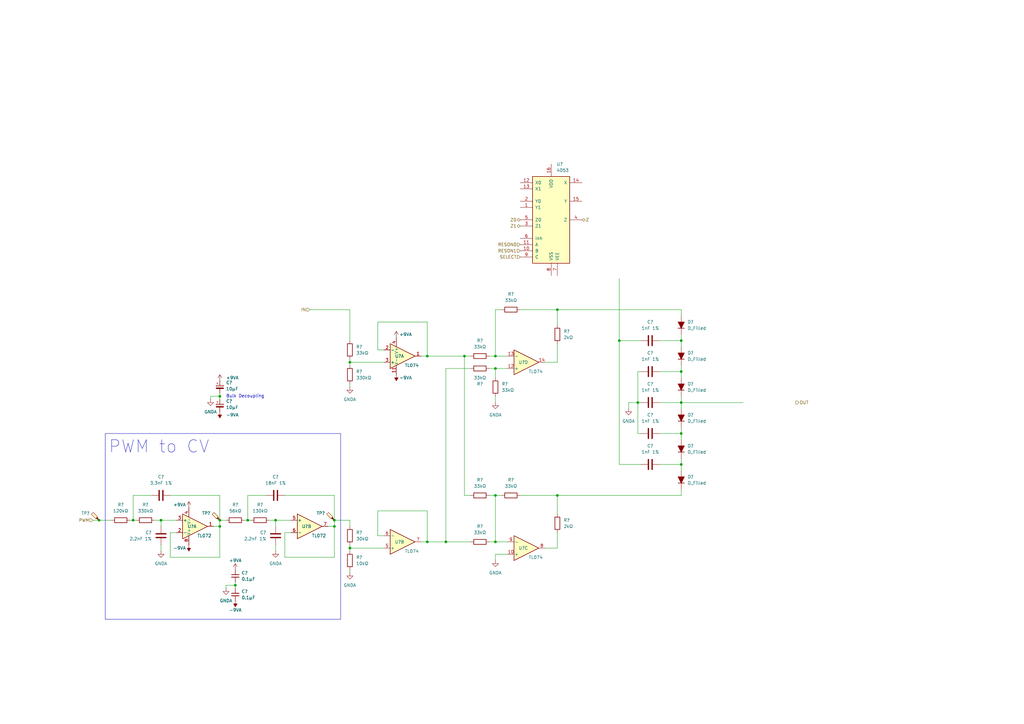
<source format=kicad_sch>
(kicad_sch (version 20231120) (generator "eeschema") (generator_version "8.0")
  (paper "A3")
  (lib_symbols
    (symbol "4xxx:4053" (pin_names (offset 1.016))
      (property "Reference" "U" (at -7.62 19.05 0))
      (property "Value" "4053" (at -7.62 -19.05 0))
      (symbol "4053_1_0"
        (pin passive line (at -12.7 5.08 0) (length 5.08) (name "Y1") (number "1"))
        (pin input line (at -12.7 -12.7 0) (length 5.08) (name "B") (number "10"))
        (pin input line (at -12.7 -10.16 0) (length 5.08) (name "A") (number "11"))
        (pin passive line (at -12.7 15.24 0) (length 5.08) (name "X0") (number "12"))
        (pin passive line (at -12.7 12.7 0) (length 5.08) (name "X1") (number "13"))
        (pin passive line (at 12.7 15.24 180) (length 5.08) (name "X") (number "14"))
        (pin passive line (at 12.7 7.62 180) (length 5.08) (name "Y") (number "15"))
        (pin power_in line (at 0 22.86 270) (length 5.08) (name "VDD") (number "16"))
        (pin passive line (at -12.7 7.62 0) (length 5.08) (name "Y0") (number "2"))
        (pin passive line (at -12.7 -2.54 0) (length 5.08) (name "Z1") (number "3"))
        (pin passive line (at 12.7 0 180) (length 5.08) (name "Z") (number "4"))
        (pin passive line (at -12.7 0 0) (length 5.08) (name "Z0") (number "5"))
        (pin input line (at -12.7 -7.62 0) (length 5.08) (name "Inh") (number "6"))
        (pin power_in line (at 2.54 -22.86 90) (length 5.08) (name "VEE") (number "7"))
        (pin power_in line (at 0 -22.86 90) (length 5.08) (name "VSS") (number "8"))
        (pin input line (at -12.7 -15.24 0) (length 5.08) (name "C") (number "9"))
      )
      (symbol "4053_1_1"
        (rectangle (start -7.62 17.78) (end 7.62 -17.78) (stroke (width 0.254)) (fill (type background)))
      )
    )
    (symbol "Amplifier_Operational:TL072" (pin_names (offset 0.127))
      (property "Reference" "U" (at 0 5.08 0))
      (property "Value" "TL072" (at 0 -5.08 0))
      (symbol "TL072_1_1"
        (polyline (pts (xy -5.08 5.08) (xy 5.08 0) (xy -5.08 -5.08) (xy -5.08 5.08)) (stroke (width 0.254)) (fill (type background)))
        (pin output line (at 7.62 0 180) (length 2.54) (name "~") (number "1"))
        (pin input line (at -7.62 -2.54 0) (length 2.54) (name "-") (number "2"))
        (pin input line (at -7.62 2.54 0) (length 2.54) (name "+") (number "3"))
      )
      (symbol "TL072_2_1"
        (polyline (pts (xy -5.08 5.08) (xy 5.08 0) (xy -5.08 -5.08) (xy -5.08 5.08)) (stroke (width 0.254)) (fill (type background)))
        (pin input line (at -7.62 2.54 0) (length 2.54) (name "+") (number "5"))
        (pin input line (at -7.62 -2.54 0) (length 2.54) (name "-") (number "6"))
        (pin output line (at 7.62 0 180) (length 2.54) (name "~") (number "7"))
      )
      (symbol "TL072_3_1"
        (pin power_in line (at -2.54 -7.62 90) (length 3.81) (name "V-") (number "4"))
        (pin power_in line (at -2.54 7.62 270) (length 3.81) (name "V+") (number "8"))
      )
    )
    (symbol "Amplifier_Operational:TL074" (pin_names (offset 0.127))
      (property "Reference" "U" (at 0 5.08 0))
      (property "Value" "TL074" (at 0 -5.08 0))
      (symbol "TL074_1_1"
        (polyline (pts (xy -5.08 5.08) (xy 5.08 0) (xy -5.08 -5.08) (xy -5.08 5.08)) (stroke (width 0.254)) (fill (type background)))
        (pin output line (at 7.62 0 180) (length 2.54) (name "~") (number "1"))
        (pin input line (at -7.62 -2.54 0) (length 2.54) (name "-") (number "2"))
        (pin input line (at -7.62 2.54 0) (length 2.54) (name "+") (number "3"))
      )
      (symbol "TL074_2_1"
        (polyline (pts (xy -5.08 5.08) (xy 5.08 0) (xy -5.08 -5.08) (xy -5.08 5.08)) (stroke (width 0.254)) (fill (type background)))
        (pin input line (at -7.62 2.54 0) (length 2.54) (name "+") (number "5"))
        (pin input line (at -7.62 -2.54 0) (length 2.54) (name "-") (number "6"))
        (pin output line (at 7.62 0 180) (length 2.54) (name "~") (number "7"))
      )
      (symbol "TL074_3_1"
        (polyline (pts (xy -5.08 5.08) (xy 5.08 0) (xy -5.08 -5.08) (xy -5.08 5.08)) (stroke (width 0.254)) (fill (type background)))
        (pin input line (at -7.62 2.54 0) (length 2.54) (name "+") (number "10"))
        (pin output line (at 7.62 0 180) (length 2.54) (name "~") (number "8"))
        (pin input line (at -7.62 -2.54 0) (length 2.54) (name "-") (number "9"))
      )
      (symbol "TL074_4_1"
        (polyline (pts (xy -5.08 5.08) (xy 5.08 0) (xy -5.08 -5.08) (xy -5.08 5.08)) (stroke (width 0.254)) (fill (type background)))
        (pin input line (at -7.62 2.54 0) (length 2.54) (name "+") (number "12"))
        (pin input line (at -7.62 -2.54 0) (length 2.54) (name "-") (number "13"))
        (pin output line (at 7.62 0 180) (length 2.54) (name "~") (number "14"))
      )
      (symbol "TL074_5_1"
        (pin power_in line (at -2.54 -7.62 90) (length 3.81) (name "V-") (number "11"))
        (pin power_in line (at -2.54 7.62 270) (length 3.81) (name "V+") (number "4"))
      )
    )
    (symbol "Connector:TestPoint_Probe" (pin_numbers hide) (pin_names (offset 0.762) hide)
      (property "Reference" "TP" (at 1.651 5.842 0))
      (property "Value" "TestPoint_Probe" (at 1.651 4.064 0))
      (symbol "TestPoint_Probe_0_1"
        (polyline (pts (xy 1.27 0.762) (xy 0 0) (xy 0.762 1.27) (xy 1.27 0.762)) (fill (type outline)))
        (polyline (pts (xy 1.397 0.635) (xy 0.635 1.397) (xy 2.413 3.175) (xy 3.175 2.413) (xy 1.397 0.635)) (fill (type background)))
      )
      (symbol "TestPoint_Probe_1_1"
        (pin passive line (at 0 0 90) (length 0) (name "1") (number "1"))
      )
    )
    (symbol "Device:C" (pin_numbers hide) (pin_names (offset 0.254))
      (property "Reference" "C" (at 0.635 2.54 0))
      (property "Value" "C" (at 0.635 -2.54 0))
      (symbol "C_0_1"
        (polyline (pts (xy -2.032 -0.762) (xy 2.032 -0.762)) (stroke (width 0.508)))
        (polyline (pts (xy -2.032 0.762) (xy 2.032 0.762)) (stroke (width 0.508)))
      )
      (symbol "C_1_1"
        (pin passive line (at 0 3.81 270) (length 2.794) (name "~") (number "1"))
        (pin passive line (at 0 -3.81 90) (length 2.794) (name "~") (number "2"))
      )
    )
    (symbol "Device:C_Polarized_Small" (pin_numbers hide) (pin_names (offset 0.254) hide)
      (property "Reference" "C" (at 0.254 1.778 0))
      (property "Value" "C_Polarized_Small" (at 0.254 -2.032 0))
      (symbol "C_Polarized_Small_0_1"
        (rectangle (start -1.524 -0.3048) (end 1.524 -0.6858) (fill (type outline)))
        (rectangle (start -1.524 0.6858) (end 1.524 0.3048))
        (polyline (pts (xy -1.27 1.524) (xy -0.762 1.524)))
        (polyline (pts (xy -1.016 1.27) (xy -1.016 1.778)))
      )
      (symbol "C_Polarized_Small_1_1"
        (pin passive line (at 0 2.54 270) (length 1.8542) (name "~") (number "1"))
        (pin passive line (at 0 -2.54 90) (length 1.8542) (name "~") (number "2"))
      )
    )
    (symbol "Device:C_Small" (pin_numbers hide) (pin_names (offset 0.254) hide)
      (property "Reference" "C" (at 0.254 1.778 0))
      (property "Value" "C_Small" (at 0.254 -2.032 0))
      (symbol "C_Small_0_1"
        (polyline (pts (xy -1.524 -0.508) (xy 1.524 -0.508)) (stroke (width 0.3302)))
        (polyline (pts (xy -1.524 0.508) (xy 1.524 0.508)) (stroke (width 0.3048)))
      )
      (symbol "C_Small_1_1"
        (pin passive line (at 0 2.54 270) (length 2.032) (name "~") (number "1"))
        (pin passive line (at 0 -2.54 90) (length 2.032) (name "~") (number "2"))
      )
    )
    (symbol "Device:D_Filled" (pin_numbers hide) (pin_names (offset 1.016) hide)
      (property "Reference" "D" (at 0 2.54 0))
      (property "Value" "D_Filled" (at 0 -2.54 0))
      (symbol "D_Filled_0_1"
        (polyline (pts (xy -1.27 1.27) (xy -1.27 -1.27)) (stroke (width 0.254)))
        (polyline (pts (xy 1.27 0) (xy -1.27 0)))
        (polyline (pts (xy 1.27 1.27) (xy 1.27 -1.27) (xy -1.27 0) (xy 1.27 1.27)) (stroke (width 0.254)) (fill (type outline)))
      )
      (symbol "D_Filled_1_1"
        (pin passive line (at -3.81 0 0) (length 2.54) (name "K") (number "1"))
        (pin passive line (at 3.81 0 180) (length 2.54) (name "A") (number "2"))
      )
    )
    (symbol "Device:R" (pin_numbers hide) (pin_names (offset 0))
      (property "Reference" "R" (at 2.032 0 90))
      (property "Value" "R" (at 0 0 90))
      (symbol "R_0_1"
        (rectangle (start -1.016 -2.54) (end 1.016 2.54) (stroke (width 0.254)))
      )
      (symbol "R_1_1"
        (pin passive line (at 0 3.81 270) (length 1.27) (name "~") (number "1"))
        (pin passive line (at 0 -3.81 90) (length 1.27) (name "~") (number "2"))
      )
    )
    (symbol "power:+9VA" (power) (pin_numbers hide) (pin_names (offset 0) hide)
      (property "Value" "+9VA" (at 0 3.556 0))
      (symbol "+9VA_0_1"
        (polyline (pts (xy -0.762 1.27) (xy 0 2.54)))
        (polyline (pts (xy 0 0) (xy 0 2.54)))
        (polyline (pts (xy 0 2.54) (xy 0.762 1.27)))
      )
      (symbol "+9VA_1_1"
        (pin power_in line (at 0 0 90) (length 0) (name "~") (number "1"))
      )
    )
    (symbol "power:-9VA" (power) (pin_numbers hide) (pin_names (offset 0) hide)
      (property "Value" "-9VA" (at 0 3.556 0))
      (symbol "-9VA_0_1"
        (polyline (pts (xy 0 0) (xy 0 2.54)))
        (polyline (pts (xy 0.762 1.27) (xy -0.762 1.27) (xy 0 2.54) (xy 0.762 1.27)) (fill (type outline)))
      )
      (symbol "-9VA_1_1"
        (pin power_in line (at 0 0 90) (length 0) (name "~") (number "1"))
      )
    )
    (symbol "power:GNDA" (power) (pin_numbers hide) (pin_names (offset 0) hide)
      (property "Value" "GNDA" (at 0 -3.81 0))
      (symbol "GNDA_0_1"
        (polyline (pts (xy 0 0) (xy 0 -1.27) (xy 1.27 -1.27) (xy 0 -2.54) (xy -1.27 -1.27) (xy 0 -1.27)))
      )
      (symbol "GNDA_1_1"
        (pin power_in line (at 0 0 270) (length 0) (name "~") (number "1"))
      )
    )
  )
  (junction (at 190.5 146.05))
  (junction (at 90.17 215.9))
  (junction (at 96.52 240.03))
  (junction (at 182.88 222.25))
  (junction (at 203.2 151.13))
  (junction (at 143.51 224.79))
  (junction (at 261.62 165.1))
  (junction (at 279.4 190.5))
  (junction (at 90.17 213.36))
  (junction (at 203.2 146.05))
  (junction (at 137.16 215.9))
  (junction (at 113.03 213.36))
  (junction (at 137.16 213.36))
  (junction (at 143.51 148.59))
  (junction (at 175.26 222.25))
  (junction (at 203.2 203.2))
  (junction (at 66.04 213.36))
  (junction (at 279.4 139.7))
  (junction (at 279.4 152.4))
  (junction (at 175.26 146.05))
  (junction (at 228.6 203.2))
  (junction (at 203.2 222.25))
  (junction (at 254 139.7))
  (junction (at 101.6 213.36))
  (junction (at 279.4 165.1))
  (junction (at 90.17 162.56))
  (junction (at 54.61 213.36))
  (junction (at 40.64 213.36))
  (junction (at 279.4 177.8))
  (junction (at 228.6 127))
  (wire (pts (xy 203.2 222.25) (xy 208.28 222.25)))
  (wire (pts (xy 223.52 224.79) (xy 228.6 224.79)))
  (wire (pts (xy 254 139.7) (xy 262.89 139.7)))
  (wire (pts (xy 228.6 133.35) (xy 228.6 127)))
  (wire (pts (xy 86.36 162.56) (xy 90.17 162.56)))
  (wire (pts (xy 143.51 213.36) (xy 137.16 213.36)))
  (wire (pts (xy 270.51 165.1) (xy 279.4 165.1)))
  (wire (pts (xy 143.51 224.79) (xy 157.48 224.79)))
  (wire (pts (xy 203.2 203.2) (xy 200.66 203.2)))
  (wire (pts (xy 143.51 127) (xy 143.51 139.7)))
  (wire (pts (xy 101.6 203.2) (xy 101.6 213.36)))
  (wire (pts (xy 143.51 157.48) (xy 143.51 158.75)))
  (wire (pts (xy 279.4 149.86) (xy 279.4 152.4)))
  (wire (pts (xy 92.71 241.3) (xy 92.71 240.03)))
  (wire (pts (xy 90.17 228.6) (xy 69.85 228.6)))
  (wire (pts (xy 279.4 152.4) (xy 279.4 154.94)))
  (wire (pts (xy 157.48 143.51) (xy 154.94 143.51)))
  (wire (pts (xy 279.4 187.96) (xy 279.4 190.5)))
  (wire (pts (xy 175.26 209.55) (xy 175.26 222.25)))
  (wire (pts (xy 203.2 162.56) (xy 203.2 165.1)))
  (wire (pts (xy 261.62 152.4) (xy 261.62 165.1)))
  (wire (pts (xy 257.81 165.1) (xy 257.81 167.64)))
  (wire (pts (xy 262.89 177.8) (xy 261.62 177.8)))
  (wire (pts (xy 90.17 213.36) (xy 92.71 213.36)))
  (wire (pts (xy 205.74 203.2) (xy 203.2 203.2)))
  (wire (pts (xy 157.48 219.71) (xy 154.94 219.71)))
  (wire (pts (xy 110.49 213.36) (xy 113.03 213.36)))
  (wire (pts (xy 62.23 203.2) (xy 54.61 203.2)))
  (wire (pts (xy 143.51 223.52) (xy 143.51 224.79)))
  (wire (pts (xy 92.71 240.03) (xy 96.52 240.03)))
  (wire (pts (xy 143.51 148.59) (xy 157.48 148.59)))
  (wire (pts (xy 87.63 215.9) (xy 90.17 215.9)))
  (wire (pts (xy 38.1 213.36) (xy 40.64 213.36)))
  (wire (pts (xy 116.84 228.6) (xy 137.16 228.6)))
  (wire (pts (xy 96.52 238.76) (xy 96.52 240.03)))
  (wire (pts (xy 113.03 213.36) (xy 113.03 215.9)))
  (wire (pts (xy 154.94 132.08) (xy 154.94 143.51)))
  (wire (pts (xy 172.72 146.05) (xy 175.26 146.05)))
  (wire (pts (xy 261.62 177.8) (xy 261.62 165.1)))
  (wire (pts (xy 54.61 203.2) (xy 54.61 213.36)))
  (wire (pts (xy 203.2 127) (xy 203.2 146.05)))
  (wire (pts (xy 279.4 190.5) (xy 279.4 193.04)))
  (wire (pts (xy 116.84 203.2) (xy 137.16 203.2)))
  (wire (pts (xy 254 190.5) (xy 254 139.7)))
  (wire (pts (xy 200.66 146.05) (xy 203.2 146.05)))
  (wire (pts (xy 127 127) (xy 143.51 127)))
  (wire (pts (xy 279.4 175.26) (xy 279.4 177.8)))
  (wire (pts (xy 270.51 152.4) (xy 279.4 152.4)))
  (wire (pts (xy 262.89 190.5) (xy 254 190.5)))
  (wire (pts (xy 205.74 127) (xy 203.2 127)))
  (wire (pts (xy 143.51 213.36) (xy 143.51 215.9)))
  (wire (pts (xy 66.04 213.36) (xy 72.39 213.36)))
  (wire (pts (xy 90.17 161.29) (xy 90.17 162.56)))
  (wire (pts (xy 203.2 151.13) (xy 203.2 154.94)))
  (wire (pts (xy 190.5 146.05) (xy 190.5 203.2)))
  (wire (pts (xy 66.04 223.52) (xy 66.04 226.06)))
  (wire (pts (xy 193.04 203.2) (xy 190.5 203.2)))
  (wire (pts (xy 175.26 132.08) (xy 175.26 146.05)))
  (wire (pts (xy 203.2 203.2) (xy 203.2 222.25)))
  (wire (pts (xy 279.4 162.56) (xy 279.4 165.1)))
  (wire (pts (xy 113.03 213.36) (xy 119.38 213.36)))
  (wire (pts (xy 208.28 151.13) (xy 203.2 151.13)))
  (wire (pts (xy 193.04 151.13) (xy 182.88 151.13)))
  (wire (pts (xy 69.85 203.2) (xy 90.17 203.2)))
  (wire (pts (xy 175.26 132.08) (xy 154.94 132.08)))
  (wire (pts (xy 154.94 219.71) (xy 154.94 209.55)))
  (wire (pts (xy 109.22 203.2) (xy 101.6 203.2)))
  (wire (pts (xy 143.51 147.32) (xy 143.51 148.59)))
  (wire (pts (xy 254 114.3) (xy 254 139.7)))
  (wire (pts (xy 137.16 228.6) (xy 137.16 215.9)))
  (wire (pts (xy 101.6 213.36) (xy 100.33 213.36)))
  (wire (pts (xy 213.36 127) (xy 228.6 127)))
  (wire (pts (xy 54.61 213.36) (xy 53.34 213.36)))
  (wire (pts (xy 228.6 127) (xy 279.4 127)))
  (wire (pts (xy 69.85 218.44) (xy 72.39 218.44)))
  (wire (pts (xy 90.17 215.9) (xy 90.17 228.6)))
  (wire (pts (xy 213.36 203.2) (xy 228.6 203.2)))
  (wire (pts (xy 172.72 222.25) (xy 175.26 222.25)))
  (wire (pts (xy 223.52 148.59) (xy 228.6 148.59)))
  (wire (pts (xy 63.5 213.36) (xy 66.04 213.36)))
  (wire (pts (xy 86.36 163.83) (xy 86.36 162.56)))
  (wire (pts (xy 261.62 165.1) (xy 257.81 165.1)))
  (wire (pts (xy 175.26 222.25) (xy 182.88 222.25)))
  (wire (pts (xy 270.51 139.7) (xy 279.4 139.7)))
  (wire (pts (xy 54.61 213.36) (xy 55.88 213.36)))
  (wire (pts (xy 262.89 152.4) (xy 261.62 152.4)))
  (wire (pts (xy 90.17 203.2) (xy 90.17 213.36)))
  (wire (pts (xy 137.16 213.36) (xy 137.16 215.9)))
  (wire (pts (xy 190.5 146.05) (xy 193.04 146.05)))
  (wire (pts (xy 279.4 200.66) (xy 279.4 203.2)))
  (wire (pts (xy 279.4 177.8) (xy 279.4 180.34)))
  (wire (pts (xy 119.38 218.44) (xy 116.84 218.44)))
  (wire (pts (xy 228.6 210.82) (xy 228.6 203.2)))
  (wire (pts (xy 96.52 240.03) (xy 96.52 241.3)))
  (wire (pts (xy 200.66 222.25) (xy 203.2 222.25)))
  (wire (pts (xy 203.2 151.13) (xy 200.66 151.13)))
  (wire (pts (xy 279.4 165.1) (xy 279.4 167.64)))
  (wire (pts (xy 279.4 165.1) (xy 304.8 165.1)))
  (wire (pts (xy 203.2 146.05) (xy 208.28 146.05)))
  (wire (pts (xy 228.6 224.79) (xy 228.6 218.44)))
  (wire (pts (xy 279.4 137.16) (xy 279.4 139.7)))
  (wire (pts (xy 228.6 148.59) (xy 228.6 140.97)))
  (wire (pts (xy 270.51 177.8) (xy 279.4 177.8)))
  (wire (pts (xy 116.84 218.44) (xy 116.84 228.6)))
  (wire (pts (xy 69.85 228.6) (xy 69.85 218.44)))
  (wire (pts (xy 143.51 224.79) (xy 143.51 226.06)))
  (wire (pts (xy 137.16 215.9) (xy 134.62 215.9)))
  (wire (pts (xy 203.2 227.33) (xy 203.2 229.87)))
  (wire (pts (xy 208.28 227.33) (xy 203.2 227.33)))
  (wire (pts (xy 101.6 213.36) (xy 102.87 213.36)))
  (wire (pts (xy 90.17 213.36) (xy 90.17 215.9)))
  (wire (pts (xy 40.64 213.36) (xy 45.72 213.36)))
  (wire (pts (xy 143.51 148.59) (xy 143.51 149.86)))
  (wire (pts (xy 228.6 203.2) (xy 279.4 203.2)))
  (wire (pts (xy 154.94 209.55) (xy 175.26 209.55)))
  (wire (pts (xy 143.51 233.68) (xy 143.51 234.95)))
  (wire (pts (xy 279.4 139.7) (xy 279.4 142.24)))
  (wire (pts (xy 137.16 203.2) (xy 137.16 213.36)))
  (wire (pts (xy 113.03 223.52) (xy 113.03 226.06)))
  (wire (pts (xy 261.62 165.1) (xy 262.89 165.1)))
  (wire (pts (xy 90.17 162.56) (xy 90.17 163.83)))
  (wire (pts (xy 279.4 127) (xy 279.4 129.54)))
  (wire (pts (xy 66.04 213.36) (xy 66.04 215.9)))
  (wire (pts (xy 182.88 222.25) (xy 193.04 222.25)))
  (wire (pts (xy 175.26 146.05) (xy 190.5 146.05)))
  (wire (pts (xy 270.51 190.5) (xy 279.4 190.5)))
  (wire (pts (xy 182.88 151.13) (xy 182.88 222.25)))
  (rectangle (start 43.18 177.8) (end 139.7 254))
  (text "Bulk Decoupling" (at 92.71 162.56 0) (effects (font (size 1.27 1.27)) (justify left)))
  (text "PWM to CV" (at 44.45 180.34 0) (effects (font (size 5.08 5.08)) (justify left top)))
  (hierarchical_label "PWM" (shape input) (at 38.1 213.36 180))
  (hierarchical_label "RESON0" (shape input) (at 213.36 100.33 180))
  (hierarchical_label "Z0" (shape bidirectional) (at 213.36 90.17 180))
  (hierarchical_label "IN" (shape input) (at 127 127 180))
  (hierarchical_label "Z1" (shape bidirectional) (at 213.36 92.71 180))
  (hierarchical_label "SELECT" (shape input) (at 213.36 105.41 180))
  (hierarchical_label "OUT" (shape output) (at 326.39 165.1 0))
  (hierarchical_label "RESON1" (shape input) (at 213.36 102.87 180))
  (hierarchical_label "Z" (shape bidirectional) (at 238.76 90.17 0))
  (symbol (lib_id "Device:R") (at 196.85 151.13 90) (mirror x) (unit 1)
    (property "Reference" "R?" (at 196.85 157.48 90))
    (property "Value" "33kΩ" (at 196.85 154.94 90))
    (property "Description" "Resistor" (effects (hide yes)))
  )
  (symbol (lib_id "power:GNDA") (at 257.81 167.64 0) (unit 1)
    (property "Reference" "#PWR?" (effects (hide yes)))
    (property "Value" "GNDA" (at 257.81 172.72 0))
    (property "Description" "Power symbol creates a global label with name \"GNDA\" , analog ground" (effects (hide yes)))
  )
  (symbol (lib_id "power:+9VA") (at 90.17 156.21 0) (unit 1)
    (property "Reference" "#PWR?" (effects (hide yes)))
    (property "Value" "+9VA" (at 92.71 154.9399 0) (effects (justify left)))
    (property "Description" "Power symbol creates a global label with name \"+9VA\"" (effects (hide yes)))
  )
  (symbol (lib_id "Device:R") (at 209.55 203.2 90) (unit 1)
    (property "Reference" "R?" (at 209.55 196.85 90))
    (property "Value" "33kΩ" (at 209.55 199.39 90))
    (property "Description" "Resistor" (effects (hide yes)))
  )
  (symbol (lib_id "power:-9VA") (at 162.56 153.67 0) (mirror x) (unit 1)
    (property "Reference" "#PWR?" (effects (hide yes)))
    (property "Value" "-9VA" (at 166.37 154.94 0))
    (property "Description" "Power symbol creates a global label with name \"-9VA\"" (effects (hide yes)))
  )
  (symbol (lib_id "Amplifier_Operational:TL072") (at 80.01 215.9 0) (mirror x) (unit 3)
    (property "Reference" "U?" (effects (hide yes)))
    (property "Value" "TL072" (effects (hide yes)))
    (property "Datasheet" "http://www.ti.com/lit/ds/symlink/tl071.pdf" (effects (hide yes)))
    (property "Description" "Dual Low-Noise JFET-Input Operational Amplifiers, DIP-8/SOIC-8" (effects (hide yes)))
  )
  (symbol (lib_id "Device:R") (at 59.69 213.36 90) (unit 1)
    (property "Reference" "R?" (at 59.69 207.01 90))
    (property "Value" "330kΩ" (at 59.69 209.55 90))
    (property "Description" "Resistor" (effects (hide yes)))
  )
  (symbol (lib_id "Device:R") (at 49.53 213.36 90) (unit 1)
    (property "Reference" "R?" (at 49.53 207.01 90))
    (property "Value" "120kΩ" (at 49.53 209.55 90))
    (property "Description" "Resistor" (effects (hide yes)))
  )
  (symbol (lib_id "power:GNDA") (at 203.2 165.1 0) (unit 1)
    (property "Reference" "#PWR?" (effects (hide yes)))
    (property "Value" "GNDA" (at 203.2 170.18 0))
    (property "Description" "Power symbol creates a global label with name \"GNDA\" , analog ground" (effects (hide yes)))
  )
  (symbol (lib_id "Amplifier_Operational:TL074") (at 165.1 146.05 0) (unit 5)
    (property "Reference" "U?" (effects (hide yes)))
    (property "Value" "TL074" (effects (hide yes)))
    (property "Datasheet" "http://www.ti.com/lit/ds/symlink/tl071.pdf" (effects (hide yes)))
    (property "Description" "Quad Low-Noise JFET-Input Operational Amplifiers, DIP-14/SOIC-14" (effects (hide yes)))
  )
  (symbol (lib_id "Device:R") (at 203.2 158.75 180) (unit 1)
    (property "Reference" "R?" (at 205.74 157.4799 0) (effects (justify right)))
    (property "Value" "33kΩ" (at 205.74 160.0199 0) (effects (justify right)))
    (property "Description" "Resistor" (effects (hide yes)))
  )
  (symbol (lib_id "power:GNDA") (at 86.36 163.83 0) (unit 1)
    (property "Reference" "#PWR?" (effects (hide yes)))
    (property "Value" "GNDA" (at 86.36 168.91 0))
    (property "Description" "Power symbol creates a global label with name \"GNDA\" , analog ground" (effects (hide yes)))
  )
  (symbol (lib_id "power:GNDA") (at 143.51 234.95 0) (unit 1)
    (property "Reference" "#PWR?" (effects (hide yes)))
    (property "Value" "GNDA" (at 143.51 240.03 0))
    (property "Description" "Power symbol creates a global label with name \"GNDA\" , analog ground" (effects (hide yes)))
  )
  (symbol (lib_id "power:GNDA") (at 113.03 226.06 0) (unit 1)
    (property "Reference" "#PWR?" (effects (hide yes)))
    (property "Value" "GNDA" (at 113.03 231.14 0))
    (property "Description" "Power symbol creates a global label with name \"GNDA\" , analog ground" (effects (hide yes)))
  )
  (symbol (lib_id "Device:D_Filled") (at 279.4 171.45 90) (unit 1)
    (property "Reference" "D?" (at 281.94 170.1799 90) (effects (justify right)))
    (property "Value" "D_Filled" (at 281.94 172.7199 90) (effects (justify right)))
    (property "Description" "Diode, filled shape" (effects (hide yes)))
    (property "Sim.Device" "D" (effects (hide yes)))
    (property "Sim.Pins" "1=K 2=A" (effects (hide yes)))
  )
  (symbol (lib_id "power:+9VA") (at 77.47 208.28 0) (unit 1)
    (property "Reference" "#PWR?" (effects (hide yes)))
    (property "Value" "+9VA" (at 73.66 207.01 0))
    (property "Description" "Power symbol creates a global label with name \"+9VA\"" (effects (hide yes)))
  )
  (symbol (lib_id "power:+9VA") (at 96.52 233.68 0) (unit 1)
    (property "Reference" "#PWR?" (effects (hide yes)))
    (property "Value" "+9VA" (at 96.52 229.87 0))
    (property "Description" "Power symbol creates a global label with name \"+9VA\"" (effects (hide yes)))
  )
  (symbol (lib_id "Connector:TestPoint_Probe") (at 90.17 213.36 0) (mirror y) (unit 1)
    (property "Reference" "TP?" (at 86.36 210.5024 0) (effects (justify left)))
    (property "Value" "TestPoint_Probe" (effects (hide yes)))
    (property "Description" "test point (alternative probe-style design)" (effects (hide yes)))
  )
  (symbol (lib_id "power:GNDA") (at 203.2 229.87 0) (unit 1)
    (property "Reference" "#PWR?" (effects (hide yes)))
    (property "Value" "GNDA" (at 203.2 234.95 0))
    (property "Description" "Power symbol creates a global label with name \"GNDA\" , analog ground" (effects (hide yes)))
  )
  (symbol (lib_id "power:-9VA") (at 90.17 168.91 180) (unit 1)
    (property "Reference" "#PWR?" (effects (hide yes)))
    (property "Value" "-9VA" (at 92.71 170.1799 0) (effects (justify right)))
    (property "Description" "Power symbol creates a global label with name \"-9VA\"" (effects (hide yes)))
  )
  (symbol (lib_id "Device:C") (at 266.7 177.8 90) (unit 1)
    (property "Reference" "C?" (at 266.7 170.18 90))
    (property "Value" "1nF 1%" (at 266.7 172.72 90))
    (property "Description" "Unpolarized capacitor" (effects (hide yes)))
  )
  (symbol (lib_id "Device:C") (at 66.04 219.71 0) (unit 1)
    (property "Reference" "C?" (at 62.23 218.4399 0) (effects (justify right)))
    (property "Value" "2.2nF 1%" (at 62.23 220.9799 0) (effects (justify right)))
    (property "Description" "Unpolarized capacitor" (effects (hide yes)))
  )
  (symbol (lib_id "Amplifier_Operational:TL072") (at 127 215.9 0) (unit 2)
    (property "Reference" "U?" (at 125.73 215.9 0))
    (property "Value" "TL072" (at 130.81 219.71 0))
    (property "Datasheet" "http://www.ti.com/lit/ds/symlink/tl071.pdf" (effects (hide yes)))
    (property "Description" "Dual Low-Noise JFET-Input Operational Amplifiers, DIP-8/SOIC-8" (effects (hide yes)))
  )
  (symbol (lib_id "Device:D_Filled") (at 279.4 158.75 90) (unit 1)
    (property "Reference" "D?" (at 281.94 157.4799 90) (effects (justify right)))
    (property "Value" "D_Filled" (at 281.94 160.0199 90) (effects (justify right)))
    (property "Description" "Diode, filled shape" (effects (hide yes)))
    (property "Sim.Device" "D" (effects (hide yes)))
    (property "Sim.Pins" "1=K 2=A" (effects (hide yes)))
  )
  (symbol (lib_id "Device:R") (at 143.51 219.71 0) (unit 1)
    (property "Reference" "R?" (at 146.05 218.4399 0) (effects (justify left)))
    (property "Value" "30kΩ" (at 146.05 220.9799 0) (effects (justify left)))
    (property "Description" "Resistor" (effects (hide yes)))
  )
  (symbol (lib_id "Amplifier_Operational:TL074") (at 215.9 148.59 0) (mirror x) (unit 4)
    (property "Reference" "U?" (at 214.63 148.59 0))
    (property "Value" "TL074" (at 219.71 152.4 0))
    (property "Datasheet" "http://www.ti.com/lit/ds/symlink/tl071.pdf" (effects (hide yes)))
    (property "Description" "Quad Low-Noise JFET-Input Operational Amplifiers, DIP-14/SOIC-14" (effects (hide yes)))
  )
  (symbol (lib_id "Device:C") (at 266.7 139.7 90) (unit 1)
    (property "Reference" "C?" (at 266.7 132.08 90))
    (property "Value" "1nF 1%" (at 266.7 134.62 90))
    (property "Description" "Unpolarized capacitor" (effects (hide yes)))
  )
  (symbol (lib_id "Device:C") (at 66.04 203.2 90) (unit 1)
    (property "Reference" "C?" (at 66.04 195.58 90))
    (property "Value" "3.3nF 1%" (at 66.04 198.12 90))
    (property "Description" "Unpolarized capacitor" (effects (hide yes)))
  )
  (symbol (lib_id "power:-9VA") (at 77.47 223.52 180) (unit 1)
    (property "Reference" "#PWR?" (effects (hide yes)))
    (property "Value" "-9VA" (at 73.66 224.79 0))
    (property "Description" "Power symbol creates a global label with name \"-9VA\"" (effects (hide yes)))
  )
  (symbol (lib_id "power:+9VA") (at 162.56 138.43 0) (mirror y) (unit 1)
    (property "Reference" "#PWR?" (effects (hide yes)))
    (property "Value" "+9VA" (at 166.37 137.16 0))
    (property "Description" "Power symbol creates a global label with name \"+9VA\"" (effects (hide yes)))
  )
  (symbol (lib_id "Device:R") (at 96.52 213.36 90) (unit 1)
    (property "Reference" "R?" (at 96.52 207.01 90))
    (property "Value" "56kΩ" (at 96.52 209.55 90))
    (property "Description" "Resistor" (effects (hide yes)))
  )
  (symbol (lib_id "Amplifier_Operational:TL074") (at 215.9 224.79 0) (mirror x) (unit 3)
    (property "Reference" "U?" (at 214.63 224.79 0))
    (property "Value" "TL074" (at 219.71 228.6 0))
    (property "Datasheet" "http://www.ti.com/lit/ds/symlink/tl071.pdf" (effects (hide yes)))
    (property "Description" "Quad Low-Noise JFET-Input Operational Amplifiers, DIP-14/SOIC-14" (effects (hide yes)))
  )
  (symbol (lib_id "Device:D_Filled") (at 279.4 184.15 90) (unit 1)
    (property "Reference" "D?" (at 281.94 182.8799 90) (effects (justify right)))
    (property "Value" "D_Filled" (at 281.94 185.4199 90) (effects (justify right)))
    (property "Description" "Diode, filled shape" (effects (hide yes)))
    (property "Sim.Device" "D" (effects (hide yes)))
    (property "Sim.Pins" "1=K 2=A" (effects (hide yes)))
  )
  (symbol (lib_id "Connector:TestPoint_Probe") (at 137.16 213.36 0) (mirror y) (unit 1)
    (property "Reference" "TP?" (at 133.35 210.5024 0) (effects (justify left)))
    (property "Value" "TestPoint_Probe" (effects (hide yes)))
    (property "Description" "test point (alternative probe-style design)" (effects (hide yes)))
  )
  (symbol (lib_id "Device:C") (at 266.7 165.1 90) (unit 1)
    (property "Reference" "C?" (at 266.7 157.48 90))
    (property "Value" "1nF 1%" (at 266.7 160.02 90))
    (property "Description" "Unpolarized capacitor" (effects (hide yes)))
  )
  (symbol (lib_id "power:GNDA") (at 66.04 226.06 0) (unit 1)
    (property "Reference" "#PWR?" (effects (hide yes)))
    (property "Value" "GNDA" (at 66.04 231.14 0))
    (property "Description" "Power symbol creates a global label with name \"GNDA\" , analog ground" (effects (hide yes)))
  )
  (symbol (lib_id "Device:R") (at 143.51 153.67 0) (unit 1)
    (property "Reference" "R?" (at 146.05 152.3999 0) (effects (justify left)))
    (property "Value" "330kΩ" (at 146.05 154.9399 0) (effects (justify left)))
    (property "Description" "Resistor" (effects (hide yes)))
  )
  (symbol (lib_id "power:GNDA") (at 143.51 158.75 0) (unit 1)
    (property "Reference" "#PWR?" (effects (hide yes)))
    (property "Value" "GNDA" (at 143.51 163.83 0))
    (property "Description" "Power symbol creates a global label with name \"GNDA\" , analog ground" (effects (hide yes)))
  )
  (symbol (lib_id "Device:D_Filled") (at 279.4 146.05 90) (unit 1)
    (property "Reference" "D?" (at 281.94 144.7799 90) (effects (justify right)))
    (property "Value" "D_Filled" (at 281.94 147.3199 90) (effects (justify right)))
    (property "Description" "Diode, filled shape" (effects (hide yes)))
    (property "Sim.Device" "D" (effects (hide yes)))
    (property "Sim.Pins" "1=K 2=A" (effects (hide yes)))
  )
  (symbol (lib_id "Amplifier_Operational:TL072") (at 80.01 215.9 0) (unit 1)
    (property "Reference" "U?" (at 78.74 215.9 0))
    (property "Value" "TL072" (at 83.82 219.71 0))
    (property "Datasheet" "http://www.ti.com/lit/ds/symlink/tl071.pdf" (effects (hide yes)))
    (property "Description" "Dual Low-Noise JFET-Input Operational Amplifiers, DIP-8/SOIC-8" (effects (hide yes)))
  )
  (symbol (lib_id "Device:C_Small") (at 96.52 236.22 0) (unit 1)
    (property "Reference" "C?" (at 99.06 234.9562 0) (effects (justify left)))
    (property "Value" "0.1µF" (at 99.06 237.4962 0) (effects (justify left)))
    (property "Description" "Unpolarized capacitor, small symbol" (effects (hide yes)))
  )
  (symbol (lib_id "Device:R") (at 196.85 146.05 90) (unit 1)
    (property "Reference" "R?" (at 196.85 139.7 90))
    (property "Value" "33kΩ" (at 196.85 142.24 90))
    (property "Description" "Resistor" (effects (hide yes)))
  )
  (symbol (lib_id "power:-9VA") (at 96.52 246.38 180) (unit 1)
    (property "Reference" "#PWR?" (effects (hide yes)))
    (property "Value" "-9VA" (at 96.52 250.19 0))
    (property "Description" "Power symbol creates a global label with name \"-9VA\"" (effects (hide yes)))
  )
  (symbol (lib_id "Device:C") (at 113.03 219.71 0) (unit 1)
    (property "Reference" "C?" (at 109.22 218.4399 0) (effects (justify right)))
    (property "Value" "2.2nF 1%" (at 109.22 220.9799 0) (effects (justify right)))
    (property "Description" "Unpolarized capacitor" (effects (hide yes)))
  )
  (symbol (lib_id "Device:R") (at 143.51 229.87 0) (unit 1)
    (property "Reference" "R?" (at 146.05 228.5999 0) (effects (justify left)))
    (property "Value" "10kΩ" (at 146.05 231.1399 0) (effects (justify left)))
    (property "Description" "Resistor" (effects (hide yes)))
  )
  (symbol (lib_id "Device:D_Filled") (at 279.4 133.35 90) (unit 1)
    (property "Reference" "D?" (at 281.94 132.0799 90) (effects (justify right)))
    (property "Value" "D_Filled" (at 281.94 134.6199 90) (effects (justify right)))
    (property "Description" "Diode, filled shape" (effects (hide yes)))
    (property "Sim.Device" "D" (effects (hide yes)))
    (property "Sim.Pins" "1=K 2=A" (effects (hide yes)))
  )
  (symbol (lib_id "Device:R") (at 228.6 214.63 180) (unit 1)
    (property "Reference" "R?" (at 231.14 213.3599 0) (effects (justify right)))
    (property "Value" "2kΩ" (at 231.14 215.8999 0) (effects (justify right)))
    (property "Description" "Resistor" (effects (hide yes)))
  )
  (symbol (lib_id "Device:R") (at 106.68 213.36 90) (unit 1)
    (property "Reference" "R?" (at 106.68 207.01 90))
    (property "Value" "130kΩ" (at 106.68 209.55 90))
    (property "Description" "Resistor" (effects (hide yes)))
  )
  (symbol (lib_id "Device:R") (at 196.85 203.2 90) (unit 1)
    (property "Reference" "R?" (at 196.85 196.85 90))
    (property "Value" "33kΩ" (at 196.85 199.39 90))
    (property "Description" "Resistor" (effects (hide yes)))
  )
  (symbol (lib_id "Connector:TestPoint_Probe") (at 40.64 213.36 0) (mirror y) (unit 1)
    (property "Reference" "TP?" (at 36.83 210.5024 0) (effects (justify left)))
    (property "Value" "TestPoint_Probe" (effects (hide yes)))
    (property "Description" "test point (alternative probe-style design)" (effects (hide yes)))
  )
  (symbol (lib_id "Device:R") (at 228.6 137.16 180) (unit 1)
    (property "Reference" "R?" (at 231.14 135.8899 0) (effects (justify right)))
    (property "Value" "2kΩ" (at 231.14 138.4299 0) (effects (justify right)))
    (property "Description" "Resistor" (effects (hide yes)))
  )
  (symbol (lib_id "Device:R") (at 196.85 222.25 90) (unit 1)
    (property "Reference" "R?" (at 196.85 215.9 90))
    (property "Value" "33kΩ" (at 196.85 218.44 90))
    (property "Description" "Resistor" (effects (hide yes)))
  )
  (symbol (lib_id "Device:C") (at 266.7 152.4 90) (unit 1)
    (property "Reference" "C?" (at 266.7 144.78 90))
    (property "Value" "1nF 1%" (at 266.7 147.32 90))
    (property "Description" "Unpolarized capacitor" (effects (hide yes)))
  )
  (symbol (lib_id "Device:C_Polarized_Small") (at 90.17 166.37 0) (unit 1)
    (property "Reference" "C?" (at 92.71 164.5538 0) (effects (justify left)))
    (property "Value" "10µF" (at 92.71 167.0938 0) (effects (justify left)))
    (property "Description" "Polarized capacitor, small symbol" (effects (hide yes)))
  )
  (symbol (lib_id "Device:C") (at 266.7 190.5 90) (unit 1)
    (property "Reference" "C?" (at 266.7 182.88 90))
    (property "Value" "1nF 1%" (at 266.7 185.42 90))
    (property "Description" "Unpolarized capacitor" (effects (hide yes)))
  )
  (symbol (lib_id "Amplifier_Operational:TL074") (at 165.1 146.05 0) (mirror x) (unit 1)
    (property "Reference" "U?" (at 163.83 146.05 0))
    (property "Value" "TL074" (at 168.91 149.86 0))
    (property "Datasheet" "http://www.ti.com/lit/ds/symlink/tl071.pdf" (effects (hide yes)))
    (property "Description" "Quad Low-Noise JFET-Input Operational Amplifiers, DIP-14/SOIC-14" (effects (hide yes)))
  )
  (symbol (lib_id "4xxx:4053") (at 226.06 90.17 0) (unit 1)
    (property "Reference" "U?" (at 228.2541 67.31 0) (effects (justify left)))
    (property "Value" "4053" (at 228.2541 69.85 0) (effects (justify left)))
    (property "Datasheet" "http://www.intersil.com/content/dam/Intersil/documents/cd40/cd4051bms-52bms-53bms.pdf" (effects (hide yes)))
    (property "Description" "Triple analog Multiplexer 2 to 1 line" (effects (hide yes)))
  )
  (symbol (lib_id "Device:R") (at 209.55 127 90) (unit 1)
    (property "Reference" "R?" (at 209.55 120.65 90))
    (property "Value" "33kΩ" (at 209.55 123.19 90))
    (property "Description" "Resistor" (effects (hide yes)))
  )
  (symbol (lib_id "power:GNDA") (at 92.71 241.3 0) (unit 1)
    (property "Reference" "#PWR?" (effects (hide yes)))
    (property "Value" "GNDA" (at 92.71 246.38 0))
    (property "Description" "Power symbol creates a global label with name \"GNDA\" , analog ground" (effects (hide yes)))
  )
  (symbol (lib_id "Device:R") (at 143.51 143.51 0) (unit 1)
    (property "Reference" "R?" (at 146.05 142.2399 0) (effects (justify left)))
    (property "Value" "33kΩ" (at 146.05 144.7799 0) (effects (justify left)))
    (property "Description" "Resistor" (effects (hide yes)))
  )
  (symbol (lib_id "Amplifier_Operational:TL074") (at 165.1 222.25 0) (mirror x) (unit 2)
    (property "Reference" "U?" (at 163.83 222.25 0))
    (property "Value" "TL074" (at 168.91 226.06 0))
    (property "Datasheet" "http://www.ti.com/lit/ds/symlink/tl071.pdf" (effects (hide yes)))
    (property "Description" "Quad Low-Noise JFET-Input Operational Amplifiers, DIP-14/SOIC-14" (effects (hide yes)))
  )
  (symbol (lib_id "Device:C_Polarized_Small") (at 90.17 158.75 0) (unit 1)
    (property "Reference" "C?" (at 92.71 156.9338 0) (effects (justify left)))
    (property "Value" "10µF" (at 92.71 159.4738 0) (effects (justify left)))
    (property "Description" "Polarized capacitor, small symbol" (effects (hide yes)))
  )
  (symbol (lib_id "Device:C") (at 113.03 203.2 90) (unit 1)
    (property "Reference" "C?" (at 113.03 195.58 90))
    (property "Value" "18nF 1%" (at 113.03 198.12 90))
    (property "Description" "Unpolarized capacitor" (effects (hide yes)))
  )
  (symbol (lib_id "Device:C_Small") (at 96.52 243.84 0) (unit 1)
    (property "Reference" "C?" (at 99.06 242.5762 0) (effects (justify left)))
    (property "Value" "0.1µF" (at 99.06 245.1162 0) (effects (justify left)))
    (property "Description" "Unpolarized capacitor, small symbol" (effects (hide yes)))
  )
  (symbol (lib_id "Device:D_Filled") (at 279.4 196.85 90) (unit 1)
    (property "Reference" "D?" (at 281.94 195.5799 90) (effects (justify right)))
    (property "Value" "D_Filled" (at 281.94 198.1199 90) (effects (justify right)))
    (property "Description" "Diode, filled shape" (effects (hide yes)))
    (property "Sim.Device" "D" (effects (hide yes)))
    (property "Sim.Pins" "1=K 2=A" (effects (hide yes)))
  )
)
</source>
